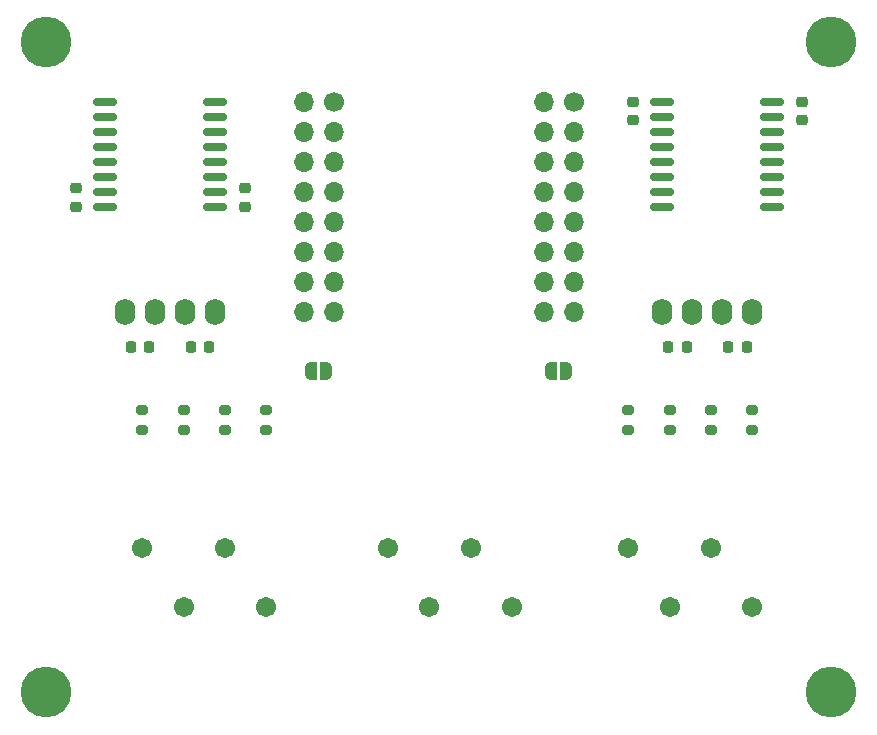
<source format=gts>
G04 #@! TF.GenerationSoftware,KiCad,Pcbnew,8.0.8*
G04 #@! TF.CreationDate,2025-02-11T18:02:45+01:00*
G04 #@! TF.ProjectId,PCB,5043422e-6b69-4636-9164-5f7063625858,rev?*
G04 #@! TF.SameCoordinates,Original*
G04 #@! TF.FileFunction,Soldermask,Top*
G04 #@! TF.FilePolarity,Negative*
%FSLAX46Y46*%
G04 Gerber Fmt 4.6, Leading zero omitted, Abs format (unit mm)*
G04 Created by KiCad (PCBNEW 8.0.8) date 2025-02-11 18:02:45*
%MOMM*%
%LPD*%
G01*
G04 APERTURE LIST*
G04 Aperture macros list*
%AMRoundRect*
0 Rectangle with rounded corners*
0 $1 Rounding radius*
0 $2 $3 $4 $5 $6 $7 $8 $9 X,Y pos of 4 corners*
0 Add a 4 corners polygon primitive as box body*
4,1,4,$2,$3,$4,$5,$6,$7,$8,$9,$2,$3,0*
0 Add four circle primitives for the rounded corners*
1,1,$1+$1,$2,$3*
1,1,$1+$1,$4,$5*
1,1,$1+$1,$6,$7*
1,1,$1+$1,$8,$9*
0 Add four rect primitives between the rounded corners*
20,1,$1+$1,$2,$3,$4,$5,0*
20,1,$1+$1,$4,$5,$6,$7,0*
20,1,$1+$1,$6,$7,$8,$9,0*
20,1,$1+$1,$8,$9,$2,$3,0*%
%AMFreePoly0*
4,1,19,0.500000,-0.750000,0.000000,-0.750000,0.000000,-0.744911,-0.071157,-0.744911,-0.207708,-0.704816,-0.327430,-0.627875,-0.420627,-0.520320,-0.479746,-0.390866,-0.500000,-0.250000,-0.500000,0.250000,-0.479746,0.390866,-0.420627,0.520320,-0.327430,0.627875,-0.207708,0.704816,-0.071157,0.744911,0.000000,0.744911,0.000000,0.750000,0.500000,0.750000,0.500000,-0.750000,0.500000,-0.750000,
$1*%
%AMFreePoly1*
4,1,19,0.000000,0.744911,0.071157,0.744911,0.207708,0.704816,0.327430,0.627875,0.420627,0.520320,0.479746,0.390866,0.500000,0.250000,0.500000,-0.250000,0.479746,-0.390866,0.420627,-0.520320,0.327430,-0.627875,0.207708,-0.704816,0.071157,-0.744911,0.000000,-0.744911,0.000000,-0.750000,-0.500000,-0.750000,-0.500000,0.750000,0.000000,0.750000,0.000000,0.744911,0.000000,0.744911,
$1*%
G04 Aperture macros list end*
%ADD10O,1.750000X2.250000*%
%ADD11RoundRect,0.200000X-0.275000X0.200000X-0.275000X-0.200000X0.275000X-0.200000X0.275000X0.200000X0*%
%ADD12C,4.300000*%
%ADD13RoundRect,0.150000X0.875000X0.150000X-0.875000X0.150000X-0.875000X-0.150000X0.875000X-0.150000X0*%
%ADD14C,1.700000*%
%ADD15O,1.700000X1.700000*%
%ADD16C,1.712000*%
%ADD17RoundRect,0.225000X0.225000X0.250000X-0.225000X0.250000X-0.225000X-0.250000X0.225000X-0.250000X0*%
%ADD18RoundRect,0.225000X0.250000X-0.225000X0.250000X0.225000X-0.250000X0.225000X-0.250000X-0.225000X0*%
%ADD19FreePoly0,180.000000*%
%ADD20FreePoly1,180.000000*%
%ADD21RoundRect,0.225000X-0.250000X0.225000X-0.250000X-0.225000X0.250000X-0.225000X0.250000X0.225000X0*%
%ADD22RoundRect,0.150000X-0.875000X-0.150000X0.875000X-0.150000X0.875000X0.150000X-0.875000X0.150000X0*%
G04 APERTURE END LIST*
D10*
X160662000Y-83820000D03*
X163202000Y-83820000D03*
X165742000Y-83820000D03*
X168282000Y-83820000D03*
D11*
X168282000Y-92170000D03*
X168282000Y-93820000D03*
D12*
X108502000Y-61040000D03*
D11*
X123622000Y-92170000D03*
X123622000Y-93820000D03*
D12*
X174962000Y-61040000D03*
D13*
X122802000Y-74930000D03*
X122802000Y-73660000D03*
X122802000Y-72390000D03*
X122802000Y-71120000D03*
X122802000Y-69850000D03*
X122802000Y-68580000D03*
X122802000Y-67310000D03*
X122802000Y-66040000D03*
X113502000Y-66040000D03*
X113502000Y-67310000D03*
X113502000Y-68580000D03*
X113502000Y-69850000D03*
X113502000Y-71120000D03*
X113502000Y-72390000D03*
X113502000Y-73660000D03*
X113502000Y-74930000D03*
D14*
X132842000Y-66040000D03*
D15*
X130302000Y-66040000D03*
X132842000Y-68580000D03*
X130302000Y-68580000D03*
X132842000Y-71120000D03*
X130302000Y-71120000D03*
X132842000Y-73660000D03*
X130302000Y-73660000D03*
X132842000Y-76200000D03*
X130302000Y-76200000D03*
X132842000Y-78740000D03*
X130302000Y-78740000D03*
X132842000Y-81280000D03*
X130302000Y-81280000D03*
X132842000Y-83820000D03*
X130302000Y-83820000D03*
D16*
X116622000Y-103820000D03*
X120122000Y-108820000D03*
X123622000Y-103820000D03*
X127122000Y-108820000D03*
D17*
X162707000Y-86820000D03*
X161157000Y-86820000D03*
X122307000Y-86820000D03*
X120757000Y-86820000D03*
D11*
X161282000Y-92170000D03*
X161282000Y-93820000D03*
X157782000Y-92170000D03*
X157782000Y-93820000D03*
D16*
X137424500Y-103820000D03*
X140924500Y-108820000D03*
X144424500Y-103820000D03*
X147924500Y-108820000D03*
D11*
X116622000Y-92170000D03*
X116622000Y-93820000D03*
X164782000Y-92170000D03*
X164782000Y-93820000D03*
D12*
X174962000Y-116040000D03*
D18*
X125302000Y-74930000D03*
X125302000Y-73380000D03*
D17*
X167787000Y-86820000D03*
X166237000Y-86820000D03*
D12*
X108502000Y-116040000D03*
D10*
X115182000Y-83820000D03*
X117722000Y-83820000D03*
X120262000Y-83820000D03*
X122802000Y-83820000D03*
D11*
X120122000Y-92170000D03*
X120122000Y-93820000D03*
D18*
X111002000Y-74930000D03*
X111002000Y-73380000D03*
D19*
X132202000Y-88820000D03*
D20*
X130902000Y-88820000D03*
D14*
X153162000Y-66040000D03*
D15*
X150622000Y-66040000D03*
X153162000Y-68580000D03*
X150622000Y-68580000D03*
X153162000Y-71120000D03*
X150622000Y-71120000D03*
X153162000Y-73660000D03*
X150622000Y-73660000D03*
X153162000Y-76200000D03*
X150622000Y-76200000D03*
X153162000Y-78740000D03*
X150622000Y-78740000D03*
X153162000Y-81280000D03*
X150622000Y-81280000D03*
X153162000Y-83820000D03*
X150622000Y-83820000D03*
D11*
X127122000Y-92170000D03*
X127122000Y-93820000D03*
D21*
X172462000Y-66040000D03*
X172462000Y-67590000D03*
D19*
X152522000Y-88820000D03*
D20*
X151222000Y-88820000D03*
D21*
X158162000Y-66040000D03*
X158162000Y-67590000D03*
D16*
X157782000Y-103820000D03*
X161282000Y-108820000D03*
X164782000Y-103820000D03*
X168282000Y-108820000D03*
D17*
X117227000Y-86820000D03*
X115677000Y-86820000D03*
D22*
X160662000Y-66040000D03*
X160662000Y-67310000D03*
X160662000Y-68580000D03*
X160662000Y-69850000D03*
X160662000Y-71120000D03*
X160662000Y-72390000D03*
X160662000Y-73660000D03*
X160662000Y-74930000D03*
X169962000Y-74930000D03*
X169962000Y-73660000D03*
X169962000Y-72390000D03*
X169962000Y-71120000D03*
X169962000Y-69850000D03*
X169962000Y-68580000D03*
X169962000Y-67310000D03*
X169962000Y-66040000D03*
M02*

</source>
